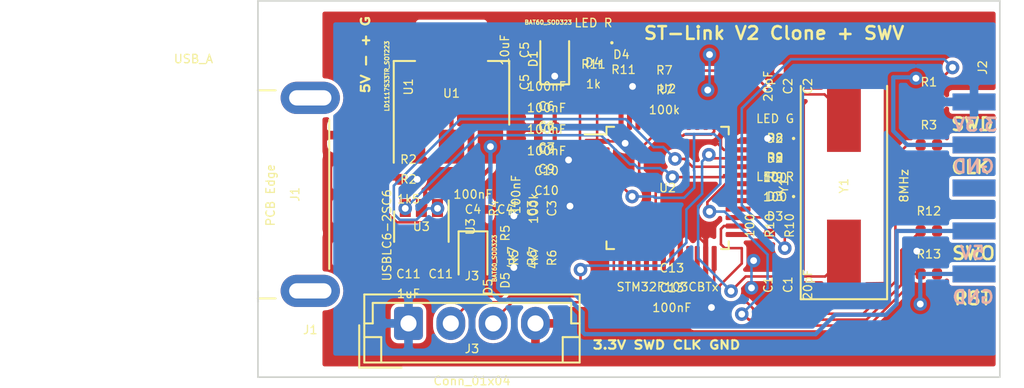
<source format=kicad_pcb>
(kicad_pcb (version 20171130) (host pcbnew "(5.1.4)-1")
  (layers (0 F.Cu signal) (31 B.Cu signal hide) (34 B.Paste user) (35 F.Paste user) (36 B.SilkS user) (37 F.SilkS user) (38 B.Mask user) (39 F.Mask user) (44 Edge.Cuts user))
  (net 0 "")
  (net 1 GND)
  (net 2 OSC_OUT)
  (net 3 OSC_IN)
  (net 4 STM_RST)
  (net 5 5V)
  (net 6 "Net-(C5-Pad1)")
  (net 7 3.3V)
  (net 8 USB5V)
  (net 9 T_NRST)
  (net 10 "Net-(D2-Pad1)")
  (net 11 "Net-(D3-Pad2)")
  (net 12 "Net-(D4-Pad2)")
  (net 13 "Net-(J1-Pad5)")
  (net 14 T_JTMS)
  (net 15 T_JTCK)
  (net 16 "Net-(J2-Pad5)")
  (net 17 T_SWO)
  (net 18 STM_JTMS)
  (net 19 STM_JTCK)
  (net 20 U_CONN-)
  (net 21 U_CONN+)
  (net 22 AIN1)
  (net 23 BOOT0)
  (net 24 LED_STLink)
  (net 25 T_SWDIO_IN)
  (net 26 "Net-(U2-Pad2)")
  (net 27 "Net-(U2-Pad3)")
  (net 28 "Net-(U2-Pad4)")
  (net 29 "Net-(U2-Pad11)")
  (net 30 "Net-(U2-Pad12)")
  (net 31 "Net-(U2-Pad13)")
  (net 32 "Net-(U2-Pad14)")
  (net 33 "Net-(U2-Pad15)")
  (net 34 "Net-(U2-Pad16)")
  (net 35 "Net-(U2-Pad17)")
  (net 36 "Net-(U2-Pad19)")
  (net 37 "Net-(U2-Pad21)")
  (net 38 "Net-(U2-Pad22)")
  (net 39 "Net-(U2-Pad28)")
  (net 40 "Net-(U2-Pad29)")
  (net 41 USBD-)
  (net 42 USBD+)
  (net 43 "Net-(U2-Pad38)")
  (net 44 "Net-(U2-Pad39)")
  (net 45 "Net-(U2-Pad40)")
  (net 46 "Net-(U2-Pad41)")
  (net 47 "Net-(U2-Pad42)")
  (net 48 "Net-(U2-Pad43)")
  (net 49 "Net-(U2-Pad45)")
  (net 50 "Net-(U2-Pad46)")
  (net 51 "Net-(J2-Pad8)")
  (net 52 "Net-(J2-Pad3)")
  (net 53 "Net-(J2-Pad1)")
  (net 54 "Net-(J2-Pad2)")
  (net 55 "Net-(J2-Pad4)")
  (module Capacitor_SMD:C_0402_1005Metric (layer F.Cu) (at 59.3725 37.0205 270)
    (fp_text reference C3 (at 0 -1.17 90) (layer F.SilkS) (effects (font (size 0.5 0.5) (thickness 0.075))))
    (fp_text value 100nF (at -0.8255 0.9525 90) (layer F.SilkS) (effects (font (size 0.5 0.5) (thickness 0.075))))
    (fp_text user %R (at 0 0 90) (layer F.SilkS) (effects (font (size 0.5 0.5) (thickness 0.075))))
    (pad 2 smd roundrect (at 0.485 0 270) (size 0.59 0.64) (layers F.Cu F.Paste F.Mask) (net 1 GND))
    (pad 1 smd roundrect (at -0.485 0 270) (size 0.59 0.64) (layers F.Cu F.Paste F.Mask) (net 4 STM_RST))
  )
  (module Capacitor_SMD:C_0402_1005Metric (layer F.Cu) (at 55.88 37.084)
    (fp_text reference C4 (at 1.905 0) (layer F.SilkS) (effects (font (size 0.5 0.5) (thickness 0.075))))
    (fp_text value 100nF (at 0 -0.889) (layer F.SilkS) (effects (font (size 0.5 0.5) (thickness 0.075))))
    (fp_text user %R (at 0 0) (layer F.SilkS) (effects (font (size 0.5 0.5) (thickness 0.075))))
    (pad 2 smd roundrect (at 0.485 0) (size 0.59 0.64) (layers F.Cu F.Paste F.Mask) (net 1 GND))
    (pad 1 smd roundrect (at -0.485 0) (size 0.59 0.64) (layers F.Cu F.Paste F.Mask) (net 5 5V))
  )
  (module Capacitor_SMD:C_0402_1005Metric (layer F.Cu) (at 58.928 27.663 270)
    (fp_text reference C5 (at 1.905 0 90) (layer F.SilkS) (effects (font (size 0.5 0.5) (thickness 0.075))))
    (fp_text value 10uF (at 0 1.17 90) (layer F.SilkS) (effects (font (size 0.5 0.5) (thickness 0.075))))
    (fp_text user %R (at 0 0 90) (layer F.SilkS) (effects (font (size 0.5 0.5) (thickness 0.075))))
    (pad 2 smd roundrect (at 0.485 0 270) (size 0.59 0.64) (layers F.Cu F.Paste F.Mask) (net 1 GND))
    (pad 1 smd roundrect (at -0.485 0 270) (size 0.59 0.64) (layers F.Cu F.Paste F.Mask) (net 6 "Net-(C5-Pad1)"))
  )
  (module Capacitor_SMD:C_0402_1005Metric (layer F.Cu) (at 60.221 30.988 180)
    (fp_text reference C6 (at 0 -1.17) (layer F.SilkS) (effects (font (size 0.5 0.5) (thickness 0.075))))
    (fp_text value 100nF (at 0 1.17) (layer F.SilkS) (effects (font (size 0.5 0.5) (thickness 0.075))))
    (fp_text user %R (at 0 0) (layer F.SilkS) (effects (font (size 0.5 0.5) (thickness 0.075))))
    (pad 1 smd roundrect (at -0.485 0 180) (size 0.59 0.64) (layers F.Cu F.Paste F.Mask) (net 7 3.3V))
    (pad 2 smd roundrect (at 0.485 0 180) (size 0.59 0.64) (layers F.Cu F.Paste F.Mask) (net 1 GND))
  )
  (module Capacitor_SMD:C_0402_1005Metric (layer F.Cu) (at 60.221 32.258 180)
    (fp_text reference C7 (at 0 -1.17) (layer F.SilkS) (effects (font (size 0.5 0.5) (thickness 0.075))))
    (fp_text value 100nF (at 0 1.17) (layer F.SilkS) (effects (font (size 0.5 0.5) (thickness 0.075))))
    (fp_text user %R (at 0 0) (layer F.SilkS) (effects (font (size 0.5 0.5) (thickness 0.075))))
    (pad 1 smd roundrect (at -0.485 0 180) (size 0.59 0.64) (layers F.Cu F.Paste F.Mask) (net 7 3.3V))
    (pad 2 smd roundrect (at 0.485 0 180) (size 0.59 0.64) (layers F.Cu F.Paste F.Mask) (net 1 GND))
  )
  (module Capacitor_SMD:C_0402_1005Metric (layer F.Cu) (at 60.221 33.528 180)
    (fp_text reference C9 (at 0 -1.17) (layer F.SilkS) (effects (font (size 0.5 0.5) (thickness 0.075))))
    (fp_text value 100nF (at 0 1.17) (layer F.SilkS) (effects (font (size 0.5 0.5) (thickness 0.075))))
    (fp_text user %R (at 0 0) (layer F.SilkS) (effects (font (size 0.5 0.5) (thickness 0.075))))
    (pad 2 smd roundrect (at 0.485 0 180) (size 0.59 0.64) (layers F.Cu F.Paste F.Mask) (net 1 GND))
    (pad 1 smd roundrect (at -0.485 0 180) (size 0.59 0.64) (layers F.Cu F.Paste F.Mask) (net 7 3.3V))
  )
  (module Capacitor_SMD:C_0402_1005Metric (layer F.Cu) (at 60.221 34.798 180)
    (fp_text reference C10 (at 0 -1.17) (layer F.SilkS) (effects (font (size 0.5 0.5) (thickness 0.075))))
    (fp_text value 100nF (at 0 1.17) (layer F.SilkS) (effects (font (size 0.5 0.5) (thickness 0.075))))
    (fp_text user %R (at 0 0) (layer F.SilkS) (effects (font (size 0.5 0.5) (thickness 0.075))))
    (pad 2 smd roundrect (at 0.485 0 180) (size 0.59 0.64) (layers F.Cu F.Paste F.Mask) (net 1 GND))
    (pad 1 smd roundrect (at -0.485 0 180) (size 0.59 0.64) (layers F.Cu F.Paste F.Mask) (net 7 3.3V))
  )
  (module Capacitor_SMD:C_0402_1005Metric (layer F.Cu) (at 52.07 40.894)
    (fp_text reference C11 (at 1.905 0) (layer F.SilkS) (effects (font (size 0.5 0.5) (thickness 0.075))))
    (fp_text value 1uF (at 0 1.17) (layer F.SilkS) (effects (font (size 0.5 0.5) (thickness 0.075))))
    (fp_text user %R (at 0 0) (layer F.SilkS) (effects (font (size 0.5 0.5) (thickness 0.075))))
    (pad 1 smd roundrect (at -0.485 0) (size 0.59 0.64) (layers F.Cu F.Paste F.Mask) (net 8 USB5V))
    (pad 2 smd roundrect (at 0.485 0) (size 0.59 0.64) (layers F.Cu F.Paste F.Mask) (net 1 GND))
  )
  (module Capacitor_SMD:C_0402_1005Metric (layer F.Cu) (at 67.6275 41.7195)
    (fp_text reference C13 (at 0 -1.17) (layer F.SilkS) (effects (font (size 0.5 0.5) (thickness 0.075))))
    (fp_text value 100nF (at 0 1.17) (layer F.SilkS) (effects (font (size 0.5 0.5) (thickness 0.075))))
    (fp_text user %R (at 0 0) (layer F.SilkS) (effects (font (size 0.5 0.5) (thickness 0.075))))
    (pad 2 smd roundrect (at 0.485 0) (size 0.59 0.64) (layers F.Cu F.Paste F.Mask) (net 1 GND))
    (pad 1 smd roundrect (at -0.485 0) (size 0.59 0.64) (layers F.Cu F.Paste F.Mask) (net 9 T_NRST))
  )
  (module Diode_SMD:D_SOD-323 (layer F.Cu) (at 60.706 28.194 90)
    (fp_text reference D1 (at 0 -1.27 90) (layer F.SilkS) (effects (font (size 0.5 0.5) (thickness 0.075))))
    (fp_text value BAT60_SOD323 (at 2.159 -0.381) (layer F.SilkS) (effects (font (size 0.25 0.25) (thickness 0.0625))))
    (fp_text user %R (at 0 -1.27 90) (layer F.SilkS) (effects (font (size 0.5 0.5) (thickness 0.075))))
    (pad 1 smd rect (at -1.05 0 90) (size 0.6 0.45) (layers F.Cu F.Paste F.Mask) (net 7 3.3V))
    (pad 2 smd rect (at 1.05 0 90) (size 0.6 0.45) (layers F.Cu F.Paste F.Mask) (net 6 "Net-(C5-Pad1)"))
  )
  (module LED_SMD:LED_0402_1005Metric (layer F.Cu) (at 73.7235 32.893 180)
    (fp_text reference D2 (at 0 -1.17) (layer F.SilkS) (effects (font (size 0.5 0.5) (thickness 0.075))))
    (fp_text value "LED G" (at 0 1.17) (layer F.SilkS) (effects (font (size 0.5 0.5) (thickness 0.075))))
    (fp_text user %R (at 0 0) (layer F.SilkS) (effects (font (size 0.5 0.5) (thickness 0.075))))
    (pad 2 smd roundrect (at 0.485 0 180) (size 0.59 0.64) (layers F.Cu F.Paste F.Mask) (net 7 3.3V))
    (pad 1 smd roundrect (at -0.485 0 180) (size 0.59 0.64) (layers F.Cu F.Paste F.Mask) (net 10 "Net-(D2-Pad1)"))
  )
  (module LED_SMD:LED_0402_1005Metric (layer F.Cu) (at 73.7235 36.322 180)
    (fp_text reference D3 (at 0 -1.17) (layer F.SilkS) (effects (font (size 0.5 0.5) (thickness 0.075))))
    (fp_text value "LED R" (at 0 1.17) (layer F.SilkS) (effects (font (size 0.5 0.5) (thickness 0.075))))
    (fp_text user %R (at 0 0) (layer F.SilkS) (effects (font (size 0.5 0.5) (thickness 0.075))))
    (pad 2 smd roundrect (at 0.485 0 180) (size 0.59 0.64) (layers F.Cu F.Paste F.Mask) (net 11 "Net-(D3-Pad2)"))
    (pad 1 smd roundrect (at -0.485 0 180) (size 0.59 0.64) (layers F.Cu F.Paste F.Mask) (net 1 GND))
  )
  (module LED_SMD:LED_0402_1005Metric (layer F.Cu) (at 62.992 27.2415 180)
    (fp_text reference D4 (at 0 -1.17) (layer F.SilkS) (effects (font (size 0.5 0.5) (thickness 0.075))))
    (fp_text value "LED R" (at 0 1.17) (layer F.SilkS) (effects (font (size 0.5 0.5) (thickness 0.075))))
    (fp_text user %R (at -1.651 -0.6985) (layer F.SilkS) (effects (font (size 0.5 0.5) (thickness 0.075))))
    (pad 2 smd roundrect (at 0.485 0 180) (size 0.59 0.64) (layers F.Cu F.Paste F.Mask) (net 12 "Net-(D4-Pad2)"))
    (pad 1 smd roundrect (at -0.485 0 180) (size 0.59 0.64) (layers F.Cu F.Paste F.Mask) (net 1 GND))
  )
  (module Diode_SMD:D_SOD-323 (layer F.Cu) (at 55.88 39.878 270)
    (fp_text reference D5 (at 1.397 -1.905 90) (layer F.SilkS) (effects (font (size 0.5 0.5) (thickness 0.075))))
    (fp_text value BAT60_SOD323 (at 0.1 -1.27 90) (layer F.SilkS) (effects (font (size 0.25 0.25) (thickness 0.0625))))
    (fp_text user %R (at 1.778 -0.889 90) (layer F.SilkS) (effects (font (size 0.5 0.5) (thickness 0.075))))
    (pad 2 smd rect (at 1.05 0 270) (size 0.6 0.45) (layers F.Cu F.Paste F.Mask) (net 8 USB5V))
    (pad 1 smd rect (at -1.05 0 270) (size 0.6 0.45) (layers F.Cu F.Paste F.Mask) (net 5 5V))
  )
  (module Connector_USB:USB_A_CNCTech_1001-011-01101_Horizontal (layer F.Cu) (at 39.37 36.195 180)
    (fp_text reference J1 (at -6.9 -8) (layer F.SilkS) (effects (font (size 0.5 0.5) (thickness 0.075))))
    (fp_text value USB_A (at 0 8 180) (layer F.SilkS) (effects (font (size 0.5 0.5) (thickness 0.075))))
    (fp_text user "PCB Edge" (at -4.55 -0.05 90) (layer F.SilkS) (effects (font (size 0.5 0.5) (thickness 0.075))))
    (fp_text user %R (at -6 0 90) (layer F.SilkS) (effects (font (size 0.5 0.5) (thickness 0.075))))
    (pad 2 smd rect (at -9.65 -1 180) (size 2.5 1.1) (layers F.Cu F.Paste F.Mask) (net 20 U_CONN-))
    (pad 3 smd rect (at -9.65 1 180) (size 2.5 1.1) (layers F.Cu F.Paste F.Mask) (net 21 U_CONN+))
    (pad 1 smd rect (at -9.65 -3.5 180) (size 2.5 1.1) (layers F.Cu F.Paste F.Mask) (net 8 USB5V))
    (pad 4 smd rect (at -9.65 3.5 180) (size 2.5 1.1) (layers F.Cu F.Paste F.Mask) (net 1 GND))
    (pad 5 thru_hole oval (at -6.9 -5.7 180) (size 3.5 1.9) (drill oval 2.5 0.9) (layers *.Cu *.Mask) (net 13 "Net-(J1-Pad5)"))
    (pad 5 thru_hole oval (at -6.9 5.7 180) (size 3.5 1.9) (drill oval 2.5 0.9) (layers *.Cu *.Mask) (net 13 "Net-(J1-Pad5)"))
    (pad "" np_thru_hole circle (at -6.9 -2.3 180) (size 1.1 1.1) (drill 1.1) (layers *.Cu *.Mask))
    (pad "" np_thru_hole circle (at -6.9 2.3 180) (size 1.1 1.1) (drill 1.1) (layers *.Cu *.Mask))
  )
  (module Connector_JST:JST_EH_B4B-EH-A_1x04_P2.50mm_Vertical (layer F.Cu) (at 52.07 43.815)
    (fp_text reference J3 (at 3.75 -2.8) (layer F.SilkS) (effects (font (size 0.5 0.5) (thickness 0.075))))
    (fp_text value Conn_01x04 (at 3.75 3.4) (layer F.SilkS) (effects (font (size 0.5 0.5) (thickness 0.075))))
    (fp_text user %R (at 3.75 1.5) (layer F.SilkS) (effects (font (size 0.5 0.5) (thickness 0.075))))
    (pad 1 thru_hole roundrect (at 0 0) (size 1.7 1.95) (drill 0.95) (layers *.Cu *.Mask) (roundrect_rratio 0.147059) (net 7 3.3V))
    (pad 2 thru_hole oval (at 2.5 0) (size 1.7 1.95) (drill 0.95) (layers *.Cu *.Mask) (net 18 STM_JTMS))
    (pad 3 thru_hole oval (at 5 0) (size 1.7 1.95) (drill 0.95) (layers *.Cu *.Mask) (net 19 STM_JTCK))
    (pad 4 thru_hole oval (at 7.5 0) (size 1.7 1.95) (drill 0.95) (layers *.Cu *.Mask) (net 1 GND))
  )
  (module Resistor_SMD:R_0402_1005Metric (layer F.Cu) (at 52.07 35.306)
    (fp_text reference R2 (at 0 -1.17) (layer F.SilkS) (effects (font (size 0.5 0.5) (thickness 0.075))))
    (fp_text value 1k5 (at 0 1.17) (layer F.SilkS) (effects (font (size 0.5 0.5) (thickness 0.075))))
    (fp_text user %R (at 0 0) (layer F.SilkS) (effects (font (size 0.5 0.5) (thickness 0.075))))
    (pad 2 smd roundrect (at 0.485 0) (size 0.59 0.64) (layers F.Cu F.Paste F.Mask) (net 7 3.3V))
    (pad 1 smd roundrect (at -0.485 0) (size 0.59 0.64) (layers F.Cu F.Paste F.Mask) (net 21 U_CONN+))
  )
  (module Resistor_SMD:R_0402_1005Metric (layer F.Cu) (at 58.293 37.0205 90)
    (fp_text reference R4 (at 0 -1.17 90) (layer F.SilkS) (effects (font (size 0.5 0.5) (thickness 0.075))))
    (fp_text value 100k (at 0 1.17 90) (layer F.SilkS) (effects (font (size 0.5 0.5) (thickness 0.075))))
    (fp_text user %R (at 0 0 90) (layer F.SilkS) (effects (font (size 0.5 0.5) (thickness 0.075))))
    (pad 2 smd roundrect (at 0.485 0 90) (size 0.59 0.64) (layers F.Cu F.Paste F.Mask) (net 4 STM_RST))
    (pad 1 smd roundrect (at -0.485 0 90) (size 0.59 0.64) (layers F.Cu F.Paste F.Mask) (net 7 3.3V))
  )
  (module Resistor_SMD:R_0402_1005Metric (layer F.Cu) (at 58.293 39.9415 90)
    (fp_text reference R5 (at 1.4605 -0.508 90) (layer F.SilkS) (effects (font (size 0.5 0.5) (thickness 0.075))))
    (fp_text value 4k7 (at 0 1.17 90) (layer F.SilkS) (effects (font (size 0.5 0.5) (thickness 0.075))))
    (fp_text user %R (at 0 0 90) (layer F.SilkS) (effects (font (size 0.5 0.5) (thickness 0.075))))
    (pad 1 smd roundrect (at -0.485 0 90) (size 0.59 0.64) (layers F.Cu F.Paste F.Mask) (net 7 3.3V))
    (pad 2 smd roundrect (at 0.485 0 90) (size 0.59 0.64) (layers F.Cu F.Paste F.Mask) (net 22 AIN1))
  )
  (module Resistor_SMD:R_0402_1005Metric (layer F.Cu) (at 59.3725 39.9415 270)
    (fp_text reference R6 (at 0 -1.17 90) (layer F.SilkS) (effects (font (size 0.5 0.5) (thickness 0.075))))
    (fp_text value 4k7 (at 0 1.17 90) (layer F.SilkS) (effects (font (size 0.5 0.5) (thickness 0.075))))
    (fp_text user %R (at 0 0 90) (layer F.SilkS) (effects (font (size 0.5 0.5) (thickness 0.075))))
    (pad 2 smd roundrect (at 0.485 0 270) (size 0.59 0.64) (layers F.Cu F.Paste F.Mask) (net 1 GND))
    (pad 1 smd roundrect (at -0.485 0 270) (size 0.59 0.64) (layers F.Cu F.Paste F.Mask) (net 22 AIN1))
  )
  (module Resistor_SMD:R_0402_1005Metric (layer F.Cu) (at 67.183 30.0355)
    (fp_text reference R7 (at 0 -1.17) (layer F.SilkS) (effects (font (size 0.5 0.5) (thickness 0.075))))
    (fp_text value 100k (at 0 1.17) (layer F.SilkS) (effects (font (size 0.5 0.5) (thickness 0.075))))
    (fp_text user %R (at 0 0) (layer F.SilkS) (effects (font (size 0.5 0.5) (thickness 0.075))))
    (pad 1 smd roundrect (at -0.485 0) (size 0.59 0.64) (layers F.Cu F.Paste F.Mask) (net 23 BOOT0))
    (pad 2 smd roundrect (at 0.485 0) (size 0.59 0.64) (layers F.Cu F.Paste F.Mask) (net 1 GND))
  )
  (module Resistor_SMD:R_0402_1005Metric (layer F.Cu) (at 73.7235 34.036)
    (fp_text reference R8 (at 0 -1.17) (layer F.SilkS) (effects (font (size 0.5 0.5) (thickness 0.075))))
    (fp_text value 100 (at 0 1.17) (layer F.SilkS) (effects (font (size 0.5 0.5) (thickness 0.075))))
    (fp_text user %R (at 0 0) (layer F.SilkS) (effects (font (size 0.5 0.5) (thickness 0.075))))
    (pad 1 smd roundrect (at -0.485 0) (size 0.59 0.64) (layers F.Cu F.Paste F.Mask) (net 24 LED_STLink))
    (pad 2 smd roundrect (at 0.485 0) (size 0.59 0.64) (layers F.Cu F.Paste F.Mask) (net 10 "Net-(D2-Pad1)"))
  )
  (module Resistor_SMD:R_0402_1005Metric (layer F.Cu) (at 73.7235 35.179)
    (fp_text reference R9 (at 0 -1.17) (layer F.SilkS) (effects (font (size 0.5 0.5) (thickness 0.075))))
    (fp_text value 100 (at 0 1.17) (layer F.SilkS) (effects (font (size 0.5 0.5) (thickness 0.075))))
    (fp_text user %R (at 0 0) (layer F.SilkS) (effects (font (size 0.5 0.5) (thickness 0.075))))
    (pad 2 smd roundrect (at 0.485 0) (size 0.59 0.64) (layers F.Cu F.Paste F.Mask) (net 11 "Net-(D3-Pad2)"))
    (pad 1 smd roundrect (at -0.485 0) (size 0.59 0.64) (layers F.Cu F.Paste F.Mask) (net 24 LED_STLink))
  )
  (module Resistor_SMD:R_0402_1005Metric (layer F.Cu) (at 73.406 38.0365 270)
    (fp_text reference R10 (at 0 -1.17 90) (layer F.SilkS) (effects (font (size 0.5 0.5) (thickness 0.075))))
    (fp_text value 100 (at 0 1.17 90) (layer F.SilkS) (effects (font (size 0.5 0.5) (thickness 0.075))))
    (fp_text user %R (at 0 0 90) (layer F.SilkS) (effects (font (size 0.5 0.5) (thickness 0.075))))
    (pad 1 smd roundrect (at -0.485 0 270) (size 0.59 0.64) (layers F.Cu F.Paste F.Mask) (net 14 T_JTMS))
    (pad 2 smd roundrect (at 0.485 0 270) (size 0.59 0.64) (layers F.Cu F.Paste F.Mask) (net 25 T_SWDIO_IN))
  )
  (module Resistor_SMD:R_0402_1005Metric (layer F.Cu) (at 62.992 28.5115)
    (fp_text reference R11 (at 1.778 0.3175) (layer F.SilkS) (effects (font (size 0.5 0.5) (thickness 0.075))))
    (fp_text value 1k (at 0 1.17) (layer F.SilkS) (effects (font (size 0.5 0.5) (thickness 0.075))))
    (fp_text user %R (at 0 0) (layer F.SilkS) (effects (font (size 0.5 0.5) (thickness 0.075))))
    (pad 1 smd roundrect (at -0.485 0) (size 0.59 0.64) (layers F.Cu F.Paste F.Mask) (net 7 3.3V))
    (pad 2 smd roundrect (at 0.485 0) (size 0.59 0.64) (layers F.Cu F.Paste F.Mask) (net 12 "Net-(D4-Pad2)"))
  )
  (module Package_TO_SOT_SMD:SOT-223-3_TabPin2 (layer F.Cu) (at 54.61 30.226 90)
    (fp_text reference U1 (at 0.381 -2.54 90) (layer F.SilkS) (effects (font (size 0.5 0.5) (thickness 0.075))))
    (fp_text value LD1117S33TR_SOT223 (at 1.016 -3.81 90) (layer F.SilkS) (effects (font (size 0.25 0.25) (thickness 0.0625))))
    (fp_text user %R (at 0 0) (layer F.SilkS) (effects (font (size 0.5 0.5) (thickness 0.075))))
    (pad 1 smd rect (at -3.15 -2.3 90) (size 2 1.5) (layers F.Cu F.Paste F.Mask) (net 1 GND))
    (pad 3 smd rect (at -3.15 2.3 90) (size 2 1.5) (layers F.Cu F.Paste F.Mask) (net 5 5V))
    (pad 2 smd rect (at -3.15 0 90) (size 2 1.5) (layers F.Cu F.Paste F.Mask) (net 6 "Net-(C5-Pad1)"))
    (pad 2 smd rect (at 3.15 0 90) (size 2 3.8) (layers F.Cu F.Paste F.Mask) (net 6 "Net-(C5-Pad1)"))
  )
  (module Package_QFP:LQFP-48_7x7mm_P0.5mm (layer F.Cu) (at 67.3735 35.814)
    (fp_text reference U2 (at 0 -5.85) (layer F.SilkS) (effects (font (size 0.5 0.5) (thickness 0.075))))
    (fp_text value STM32F103CBTx (at 0 5.85) (layer F.SilkS) (effects (font (size 0.5 0.5) (thickness 0.075))))
    (fp_text user %R (at 0 0) (layer F.SilkS) (effects (font (size 0.5 0.5) (thickness 0.075))))
    (pad 48 smd roundrect (at -2.75 -4.1625) (size 0.3 1.475) (layers F.Cu F.Paste F.Mask) (net 7 3.3V))
    (pad 47 smd roundrect (at -2.25 -4.1625) (size 0.3 1.475) (layers F.Cu F.Paste F.Mask) (net 1 GND))
    (pad 46 smd roundrect (at -1.75 -4.1625) (size 0.3 1.475) (layers F.Cu F.Paste F.Mask) (net 50 "Net-(U2-Pad46)"))
    (pad 45 smd roundrect (at -1.25 -4.1625) (size 0.3 1.475) (layers F.Cu F.Paste F.Mask) (net 49 "Net-(U2-Pad45)"))
    (pad 44 smd roundrect (at -0.75 -4.1625) (size 0.3 1.475) (layers F.Cu F.Paste F.Mask) (net 23 BOOT0))
    (pad 43 smd roundrect (at -0.25 -4.1625) (size 0.3 1.475) (layers F.Cu F.Paste F.Mask) (net 48 "Net-(U2-Pad43)"))
    (pad 42 smd roundrect (at 0.25 -4.1625) (size 0.3 1.475) (layers F.Cu F.Paste F.Mask) (net 47 "Net-(U2-Pad42)"))
    (pad 41 smd roundrect (at 0.75 -4.1625) (size 0.3 1.475) (layers F.Cu F.Paste F.Mask) (net 46 "Net-(U2-Pad41)"))
    (pad 40 smd roundrect (at 1.25 -4.1625) (size 0.3 1.475) (layers F.Cu F.Paste F.Mask) (net 45 "Net-(U2-Pad40)"))
    (pad 39 smd roundrect (at 1.75 -4.1625) (size 0.3 1.475) (layers F.Cu F.Paste F.Mask) (net 44 "Net-(U2-Pad39)"))
    (pad 38 smd roundrect (at 2.25 -4.1625) (size 0.3 1.475) (layers F.Cu F.Paste F.Mask) (net 43 "Net-(U2-Pad38)"))
    (pad 37 smd roundrect (at 2.75 -4.1625) (size 0.3 1.475) (layers F.Cu F.Paste F.Mask) (net 19 STM_JTCK))
    (pad 36 smd roundrect (at 4.1625 -2.75) (size 1.475 0.3) (layers F.Cu F.Paste F.Mask) (net 7 3.3V))
    (pad 35 smd roundrect (at 4.1625 -2.25) (size 1.475 0.3) (layers F.Cu F.Paste F.Mask) (net 1 GND))
    (pad 34 smd roundrect (at 4.1625 -1.75) (size 1.475 0.3) (layers F.Cu F.Paste F.Mask) (net 18 STM_JTMS))
    (pad 33 smd roundrect (at 4.1625 -1.25) (size 1.475 0.3) (layers F.Cu F.Paste F.Mask) (net 42 USBD+))
    (pad 32 smd roundrect (at 4.1625 -0.75) (size 1.475 0.3) (layers F.Cu F.Paste F.Mask) (net 41 USBD-))
    (pad 31 smd roundrect (at 4.1625 -0.25) (size 1.475 0.3) (layers F.Cu F.Paste F.Mask) (net 17 T_SWO))
    (pad 30 smd roundrect (at 4.1625 0.25) (size 1.475 0.3) (layers F.Cu F.Paste F.Mask) (net 24 LED_STLink))
    (pad 29 smd roundrect (at 4.1625 0.75) (size 1.475 0.3) (layers F.Cu F.Paste F.Mask) (net 40 "Net-(U2-Pad29)"))
    (pad 28 smd roundrect (at 4.1625 1.25) (size 1.475 0.3) (layers F.Cu F.Paste F.Mask) (net 39 "Net-(U2-Pad28)"))
    (pad 27 smd roundrect (at 4.1625 1.75) (size 1.475 0.3) (layers F.Cu F.Paste F.Mask) (net 14 T_JTMS))
    (pad 26 smd roundrect (at 4.1625 2.25) (size 1.475 0.3) (layers F.Cu F.Paste F.Mask) (net 15 T_JTCK))
    (pad 25 smd roundrect (at 4.1625 2.75) (size 1.475 0.3) (layers F.Cu F.Paste F.Mask) (net 25 T_SWDIO_IN))
    (pad 24 smd roundrect (at 2.75 4.1625) (size 0.3 1.475) (layers F.Cu F.Paste F.Mask) (net 7 3.3V))
    (pad 23 smd roundrect (at 2.25 4.1625) (size 0.3 1.475) (layers F.Cu F.Paste F.Mask) (net 1 GND))
    (pad 22 smd roundrect (at 1.75 4.1625) (size 0.3 1.475) (layers F.Cu F.Paste F.Mask) (net 38 "Net-(U2-Pad22)"))
    (pad 21 smd roundrect (at 1.25 4.1625) (size 0.3 1.475) (layers F.Cu F.Paste F.Mask) (net 37 "Net-(U2-Pad21)"))
    (pad 20 smd roundrect (at 0.75 4.1625) (size 0.3 1.475) (layers F.Cu F.Paste F.Mask) (net 1 GND))
    (pad 19 smd roundrect (at 0.25 4.1625) (size 0.3 1.475) (layers F.Cu F.Paste F.Mask) (net 36 "Net-(U2-Pad19)"))
    (pad 18 smd roundrect (at -0.25 4.1625) (size 0.3 1.475) (layers F.Cu F.Paste F.Mask) (net 9 T_NRST))
    (pad 17 smd roundrect (at -0.75 4.1625) (size 0.3 1.475) (layers F.Cu F.Paste F.Mask) (net 35 "Net-(U2-Pad17)"))
    (pad 16 smd roundrect (at -1.25 4.1625) (size 0.3 1.475) (layers F.Cu F.Paste F.Mask) (net 34 "Net-(U2-Pad16)"))
    (pad 15 smd roundrect (at -1.75 4.1625) (size 0.3 1.475) (layers F.Cu F.Paste F.Mask) (net 33 "Net-(U2-Pad15)"))
    (pad 14 smd roundrect (at -2.25 4.1625) (size 0.3 1.475) (layers F.Cu F.Paste F.Mask) (net 32 "Net-(U2-Pad14)"))
    (pad 13 smd roundrect (at -2.75 4.1625) (size 0.3 1.475) (layers F.Cu F.Paste F.Mask) (net 31 "Net-(U2-Pad13)"))
    (pad 12 smd roundrect (at -4.1625 2.75) (size 1.475 0.3) (layers F.Cu F.Paste F.Mask) (net 30 "Net-(U2-Pad12)"))
    (pad 11 smd roundrect (at -4.1625 2.25) (size 1.475 0.3) (layers F.Cu F.Paste F.Mask) (net 29 "Net-(U2-Pad11)"))
    (pad 10 smd roundrect (at -4.1625 1.75) (size 1.475 0.3) (layers F.Cu F.Paste F.Mask) (net 22 AIN1))
    (pad 9 smd roundrect (at -4.1625 1.25) (size 1.475 0.3) (layers F.Cu F.Paste F.Mask) (net 7 3.3V))
    (pad 8 smd roundrect (at -4.1625 0.75) (size 1.475 0.3) (layers F.Cu F.Paste F.Mask) (net 1 GND))
    (pad 7 smd roundrect (at -4.1625 0.25) (size 1.475 0.3) (layers F.Cu F.Paste F.Mask) (net 4 STM_RST))
    (pad 6 smd roundrect (at -4.1625 -0.25) (size 1.475 0.3) (layers F.Cu F.Paste F.Mask) (net 2 OSC_OUT))
    (pad 5 smd roundrect (at -4.1625 -0.75) (size 1.475 0.3) (layers F.Cu F.Paste F.Mask) (net 3 OSC_IN))
    (pad 4 smd roundrect (at -4.1625 -1.25) (size 1.475 0.3) (layers F.Cu F.Paste F.Mask) (net 28 "Net-(U2-Pad4)"))
    (pad 3 smd roundrect (at -4.1625 -1.75) (size 1.475 0.3) (layers F.Cu F.Paste F.Mask) (net 27 "Net-(U2-Pad3)"))
    (pad 2 smd roundrect (at -4.1625 -2.25) (size 1.475 0.3) (layers F.Cu F.Paste F.Mask) (net 26 "Net-(U2-Pad2)"))
    (pad 1 smd roundrect (at -4.1625 -2.75) (size 1.475 0.3) (layers F.Cu F.Paste F.Mask) (net 7 3.3V))
  )
  (module Package_TO_SOT_SMD:SOT-23-6 (layer F.Cu) (at 52.832 38.1 270)
    (fp_text reference U3 (at 0 -2.9 90) (layer F.SilkS) (effects (font (size 0.5 0.5) (thickness 0.075))))
    (fp_text value USBLC6-2SC6 (at 0.508 2.032 90) (layer F.SilkS) (effects (font (size 0.5 0.5) (thickness 0.075))))
    (fp_text user %R (at 0 0) (layer F.SilkS) (effects (font (size 0.5 0.5) (thickness 0.075))))
    (pad 5 smd rect (at 1.1 0 270) (size 1.06 0.65) (layers F.Cu F.Paste F.Mask) (net 8 USB5V))
    (pad 6 smd rect (at 1.1 -0.95 270) (size 1.06 0.65) (layers F.Cu F.Paste F.Mask) (net 21 U_CONN+))
    (pad 4 smd rect (at 1.1 0.95 270) (size 1.06 0.65) (layers F.Cu F.Paste F.Mask) (net 20 U_CONN-))
    (pad 3 smd rect (at -1.1 0.95 270) (size 1.06 0.65) (layers F.Cu F.Paste F.Mask) (net 41 USBD-))
    (pad 2 smd rect (at -1.1 0 270) (size 1.06 0.65) (layers F.Cu F.Paste F.Mask) (net 1 GND))
    (pad 1 smd rect (at -1.1 -0.95 270) (size 1.06 0.65) (layers F.Cu F.Paste F.Mask) (net 42 USBD+))
  )
  (module Crystal:Crystal_SMD_HC49-SD (layer F.Cu) (at 77.7875 35.687 90)
    (fp_text reference Y1 (at 0 -3.55 90) (layer F.SilkS) (effects (font (size 0.5 0.5) (thickness 0.075))))
    (fp_text value 8MHz (at 0 3.55 90) (layer F.SilkS) (effects (font (size 0.5 0.5) (thickness 0.075))))
    (fp_text user %R (at 0 0 90) (layer F.SilkS) (effects (font (size 0.5 0.5) (thickness 0.075))))
    (pad 2 smd rect (at 4.25 0 90) (size 4.5 2) (layers F.Cu F.Paste F.Mask) (net 3 OSC_IN))
    (pad 1 smd rect (at -4.25 0 90) (size 4.5 2) (layers F.Cu F.Paste F.Mask) (net 2 OSC_OUT))
  )
  (module Capacitor_SMD:C_0402_1005Metric (layer F.Cu) (at 74.4855 41.529 90)
    (fp_text reference C1 (at 0 -1.17 90) (layer F.SilkS) (effects (font (size 0.5 0.5) (thickness 0.075))))
    (fp_text value 20pF (at 0 1.17 90) (layer F.SilkS) (effects (font (size 0.5 0.5) (thickness 0.075))))
    (fp_text user %R (at 0 0 90) (layer F.SilkS) (effects (font (size 0.5 0.5) (thickness 0.075))))
    (pad 2 smd roundrect (at 0.485 0 90) (size 0.59 0.64) (layers F.Cu F.Paste F.Mask) (net 2 OSC_OUT))
    (pad 1 smd roundrect (at -0.485 0 90) (size 0.59 0.64) (layers F.Cu F.Paste F.Mask) (net 1 GND))
  )
  (module Capacitor_SMD:C_0402_1005Metric (layer F.Cu) (at 74.4855 29.8045 270)
    (fp_text reference C2 (at 0 -1.17 90) (layer F.SilkS) (effects (font (size 0.5 0.5) (thickness 0.075))))
    (fp_text value 20pF (at 0 1.17 90) (layer F.SilkS) (effects (font (size 0.5 0.5) (thickness 0.075))))
    (fp_text user %R (at 0 0 90) (layer F.SilkS) (effects (font (size 0.5 0.5) (thickness 0.075))))
    (pad 1 smd roundrect (at -0.485 0 270) (size 0.59 0.64) (layers F.Cu F.Paste F.Mask) (net 1 GND))
    (pad 2 smd roundrect (at 0.485 0 270) (size 0.59 0.64) (layers F.Cu F.Paste F.Mask) (net 3 OSC_IN))
  )
  (module Connector_PCBEdge:Edge_Mount_Connector_10pin (layer F.Cu) (at 85.471 30.734 270)
    (fp_text reference J2 (at -2.032 -0.508 90) (layer F.SilkS) (effects (font (size 0.5 0.5) (thickness 0.075))))
    (fp_text value Conn_02x05_Top_Bottom)
    (pad 1 smd rect (at 0 0 270) (size 1 2.54) (layers F.Cu F.Paste F.Mask) (net 53 "Net-(J2-Pad1)"))
    (pad 6 smd rect (at 0 0 270) (size 1 2.54) (layers B.Cu B.Paste B.Mask) (net 7 3.3V))
    (pad 7 smd rect (at 2.54 0 270) (size 1 2.54) (layers B.Cu B.Paste B.Mask) (net 1 GND))
    (pad 8 smd rect (at 5.08 0 270) (size 1 2.54) (layers B.Cu B.Paste B.Mask) (net 51 "Net-(J2-Pad8)"))
    (pad 9 smd rect (at 7.62 0 270) (size 1 2.54) (layers B.Cu B.Paste B.Mask) (net 5 5V))
    (pad 10 smd rect (at 10.16 0 270) (size 1 2.54) (layers B.Cu B.Paste B.Mask) (net 1 GND))
    (pad 2 smd rect (at 2.54 0 270) (size 1 2.54) (layers F.Cu F.Paste F.Mask) (net 54 "Net-(J2-Pad2)"))
    (pad 3 smd rect (at 5.08 0 270) (size 1 2.54) (layers F.Cu F.Paste F.Mask) (net 52 "Net-(J2-Pad3)"))
    (pad 4 smd rect (at 7.62 0 270) (size 1 2.54) (layers F.Cu F.Paste F.Mask) (net 55 "Net-(J2-Pad4)"))
    (pad 5 smd rect (at 10.16 0 270) (size 1 2.54) (layers F.Cu F.Paste F.Mask) (net 16 "Net-(J2-Pad5)"))
  )
  (module Resistor_SMD:R_0402_1005Metric (layer F.Cu) (at 82.804 30.734)
    (fp_text reference R1 (at 0 -1.17) (layer F.SilkS) (effects (font (size 0.5 0.5) (thickness 0.075))))
    (fp_text value 22)
    (pad 2 smd roundrect (at 0.485 0) (size 0.59 0.64) (layers F.Cu F.Paste F.Mask) (net 53 "Net-(J2-Pad1)"))
    (pad 1 smd roundrect (at -0.485 0) (size 0.59 0.64) (layers F.Cu F.Paste F.Mask) (net 14 T_JTMS))
  )
  (module Resistor_SMD:R_0402_1005Metric (layer F.Cu) (at 82.804 33.274)
    (fp_text reference R3 (at 0 -1.17) (layer F.SilkS) (effects (font (size 0.5 0.5) (thickness 0.075))))
    (fp_text value 22)
    (pad 1 smd roundrect (at -0.485 0) (size 0.59 0.64) (layers F.Cu F.Paste F.Mask) (net 15 T_JTCK))
    (pad 2 smd roundrect (at 0.485 0) (size 0.59 0.64) (layers F.Cu F.Paste F.Mask) (net 54 "Net-(J2-Pad2)"))
  )
  (module Resistor_SMD:R_0402_1005Metric (layer F.Cu) (at 82.804 38.354)
    (fp_text reference R12 (at 0 -1.17) (layer F.SilkS) (effects (font (size 0.5 0.5) (thickness 0.075))))
    (fp_text value 22)
    (pad 2 smd roundrect (at 0.485 0) (size 0.59 0.64) (layers F.Cu F.Paste F.Mask) (net 55 "Net-(J2-Pad4)"))
    (pad 1 smd roundrect (at -0.485 0) (size 0.59 0.64) (layers F.Cu F.Paste F.Mask) (net 17 T_SWO))
  )
  (module Resistor_SMD:R_0402_1005Metric (layer F.Cu) (at 82.804 40.894)
    (fp_text reference R13 (at 0 -1.17) (layer F.SilkS) (effects (font (size 0.5 0.5) (thickness 0.075))))
    (fp_text value 22)
    (pad 1 smd roundrect (at -0.485 0) (size 0.59 0.64) (layers F.Cu F.Paste F.Mask) (net 9 T_NRST))
    (pad 2 smd roundrect (at 0.485 0) (size 0.59 0.64) (layers F.Cu F.Paste F.Mask) (net 16 "Net-(J2-Pad5)"))
  )
  (gr_line (start 43.18 41.91) (end 43.18 42.545) (layer Edge.Cuts) (width 0.1))
  (gr_line (start 43.18 46.99) (end 43.18 41.91) (layer Edge.Cuts) (width 0.1))
  (gr_line (start 86.995 46.99) (end 43.18 46.99) (layer Edge.Cuts) (width 0.1))
  (gr_line (start 86.995 24.765) (end 86.995 46.99) (layer Edge.Cuts) (width 0.1))
  (gr_line (start 43.18 24.765) (end 86.995 24.765) (layer Edge.Cuts) (width 0.1))
  (gr_line (start 43.18 42.545) (end 43.18 24.765) (layer Edge.Cuts) (width 0.1))
  (gr_text "ST-Link V2 Clone + SWV" (at 73.66 26.67) (layer F.SilkS) (effects (font (size 0.75 0.8))))
  (gr_text "5V - + G" (at 49.53 27.94 90) (layer F.SilkS) (effects (font (size 0.5 0.6) (thickness 0.125))))
  (gr_text "3.3V SWD CLK GND" (at 67.31 45.085) (layer F.SilkS) (effects (font (size 0.5 0.6) (thickness 0.125))))
  (gr_text GND (at 85.4202 42.2656) (layer B.SilkS) (effects (font (size 0.75 0.8)) (justify mirror)))
  (gr_text 5V (at 85.3694 39.6494) (layer B.SilkS) (effects (font (size 0.75 0.8)) (justify mirror)))
  (gr_text GND (at 85.4456 34.544) (layer B.SilkS) (effects (font (size 0.75 0.8)) (justify mirror)))
  (gr_text 3.3V (at 85.5472 32.0802) (layer B.SilkS) (effects (font (size 0.75 0.8)) (justify mirror)))
  (gr_text RST (at 85.3948 42.3418) (layer F.SilkS) (effects (font (size 0.75 0.8))))
  (gr_text SWO (at 85.4456 39.6748) (layer F.SilkS) (effects (font (size 0.75 0.8))))
  (gr_text CLK (at 85.2678 34.5948) (layer F.SilkS) (effects (font (size 0.75 0.8))))
  (gr_text SWD (at 85.3694 32.0548) (layer F.SilkS) (effects (font (size 0.75 0.8))))
  (via (at 73.279 32.893) (size 0.8) (drill 0.4) (layers F.Cu B.Cu) (net 7))
  (via (at 58.293 37.465) (size 0.8) (drill 0.4) (layers F.Cu B.Cu) (net 7))
  (via (at 58.293 40.513) (size 0.8) (drill 0.4) (layers F.Cu B.Cu) (net 7))
  (via (at 82.296 42.672) (size 0.8) (drill 0.4) (layers F.Cu B.Cu) (net 1))
  (via (at 82.042 29.337) (size 0.8) (drill 0.4) (layers F.Cu B.Cu) (net 1))
  (segment (start 53.31 34.376) (end 52.31 33.376) (width 0.25) (layer F.Cu) (net 1))
  (segment (start 53.31 35.647002) (end 53.31 34.376) (width 0.25) (layer F.Cu) (net 1))
  (segment (start 53.059499 35.897503) (end 53.31 35.647002) (width 0.25) (layer F.Cu) (net 1))
  (segment (start 53.059499 36.856501) (end 53.059499 35.897503) (width 0.25) (layer F.Cu) (net 1))
  (segment (start 52.832 37) (end 52.916 37) (width 0.25) (layer F.Cu) (net 1))
  (segment (start 52.916 37) (end 53.059499 36.856501) (width 0.25) (layer F.Cu) (net 1))
  (segment (start 70.52349 32.844018) (end 71.149509 32.217999) (width 0.15) (layer F.Cu) (net 1))
  (segment (start 70.52349 33.38899) (end 70.52349 32.844018) (width 0.15) (layer F.Cu) (net 1))
  (segment (start 70.6985 33.564) (end 70.52349 33.38899) (width 0.15) (layer F.Cu) (net 1))
  (segment (start 70.6985 33.564) (end 71.536 33.564) (width 0.15) (layer F.Cu) (net 1))
  (segment (start 62.3735 36.564) (end 61.8013 35.9918) (width 0.15) (layer F.Cu) (net 1))
  (segment (start 63.211 36.564) (end 62.3735 36.564) (width 0.15) (layer F.Cu) (net 1))
  (segment (start 60.8862 35.9918) (end 59.3725 37.5055) (width 0.15) (layer F.Cu) (net 1))
  (segment (start 61.8013 35.9918) (end 60.8862 35.9918) (width 0.15) (layer F.Cu) (net 1))
  (segment (start 69.739992 30.0355) (end 69.742532 30.03296) (width 0.15) (layer F.Cu) (net 1))
  (segment (start 69.742532 30.03296) (end 69.742532 30.03296) (width 0.15) (layer F.Cu) (net 1))
  (segment (start 71.149509 30.844789) (end 71.149509 32.217999) (width 0.15) (layer F.Cu) (net 1))
  (segment (start 70.33768 30.03296) (end 71.149509 30.844789) (width 0.15) (layer F.Cu) (net 1))
  (segment (start 68.9154 38.4309) (end 68.1235 38.4309) (width 0.15) (layer F.Cu) (net 1))
  (segment (start 69.6235 39.139) (end 68.9154 38.4309) (width 0.15) (layer F.Cu) (net 1))
  (segment (start 69.6235 39.9765) (end 69.6235 39.139) (width 0.15) (layer F.Cu) (net 1))
  (segment (start 68.1235 39.9765) (end 68.1235 38.4309) (width 0.15) (layer F.Cu) (net 1))
  (segment (start 68.1235 36.822114) (end 68.1235 38.4309) (width 0.15) (layer F.Cu) (net 1))
  (segment (start 66.043379 34.741993) (end 68.1235 36.822114) (width 0.15) (layer F.Cu) (net 1))
  (segment (start 70.312492 33.177992) (end 67.425594 33.177992) (width 0.15) (layer F.Cu) (net 1))
  (segment (start 70.6985 33.564) (end 70.312492 33.177992) (width 0.15) (layer F.Cu) (net 1))
  (segment (start 67.425594 33.177992) (end 67.329201 33.081599) (width 0.15) (layer F.Cu) (net 1))
  (segment (start 67.329201 33.081599) (end 66.681199 33.081599) (width 0.15) (layer F.Cu) (net 1))
  (segment (start 66.681199 33.081599) (end 66.043379 33.719419) (width 0.15) (layer F.Cu) (net 1))
  (segment (start 66.043379 33.719419) (end 66.043379 34.741993) (width 0.15) (layer F.Cu) (net 1))
  (segment (start 66.58109 29.23489) (end 68.35089 29.23489) (width 0.15) (layer F.Cu) (net 1))
  (segment (start 65.1235 30.903101) (end 65.532 30.494601) (width 0.15) (layer F.Cu) (net 1))
  (segment (start 65.1235 31.6515) (end 65.1235 30.903101) (width 0.15) (layer F.Cu) (net 1))
  (segment (start 65.532 30.494601) (end 65.627401 30.494601) (width 0.15) (layer F.Cu) (net 1))
  (segment (start 65.627401 30.494601) (end 66.12799 29.994012) (width 0.15) (layer F.Cu) (net 1))
  (segment (start 66.12799 29.994012) (end 66.12799 29.68799) (width 0.15) (layer F.Cu) (net 1))
  (segment (start 66.12799 29.68799) (end 66.58109 29.23489) (width 0.15) (layer F.Cu) (net 1))
  (segment (start 68.35089 29.23489) (end 68.58 29.464) (width 0.15) (layer F.Cu) (net 1))
  (segment (start 68.58 29.972) (end 68.6435 30.0355) (width 0.15) (layer F.Cu) (net 1))
  (segment (start 68.58 29.464) (end 68.58 29.972) (width 0.15) (layer F.Cu) (net 1))
  (segment (start 67.668 30.0355) (end 68.6435 30.0355) (width 0.15) (layer F.Cu) (net 1))
  (segment (start 68.6435 30.0355) (end 69.739992 30.0355) (width 0.15) (layer F.Cu) (net 1))
  (segment (start 81.986001 29.281001) (end 82.042 29.337) (width 0.25) (layer B.Cu) (net 1))
  (segment (start 80.700999 29.281001) (end 81.986001 29.281001) (width 0.25) (layer B.Cu) (net 1))
  (segment (start 80.700999 32.448999) (end 80.700999 29.281001) (width 0.25) (layer B.Cu) (net 1))
  (segment (start 85.471 33.274) (end 81.526 33.274) (width 0.25) (layer B.Cu) (net 1))
  (segment (start 81.526 33.274) (end 80.700999 32.448999) (width 0.25) (layer B.Cu) (net 1))
  (segment (start 82.296 41.994002) (end 82.296 42.672) (width 0.25) (layer B.Cu) (net 1))
  (segment (start 85.471 40.894) (end 82.296 40.894) (width 0.25) (layer B.Cu) (net 1))
  (segment (start 82.296 40.894) (end 82.296 41.994002) (width 0.25) (layer B.Cu) (net 1))
  (segment (start 69.742532 30.03296) (end 70.33768 30.03296) (width 0.15) (layer F.Cu) (net 1))
  (segment (start 69.85 29.925492) (end 69.742532 30.03296) (width 0.15) (layer B.Cu) (net 1))
  (segment (start 69.85 27.94) (end 69.85 29.925492) (width 0.15) (layer B.Cu) (net 1))
  (via (at 69.742532 30.03296) (size 0.8) (drill 0.4) (layers F.Cu B.Cu) (net 1))
  (via (at 69.85 27.94) (size 0.8) (drill 0.4) (layers F.Cu B.Cu) (net 1))
  (via (at 72.327548 41.719) (size 0.8) (drill 0.4) (layers F.Cu B.Cu) (net 1))
  (segment (start 74.4855 42.014) (end 72.622548 42.014) (width 0.15) (layer F.Cu) (net 1))
  (segment (start 72.622548 42.014) (end 72.327548 41.719) (width 0.15) (layer F.Cu) (net 1))
  (via (at 72.4535 40.1066) (size 0.8) (drill 0.4) (layers F.Cu B.Cu) (net 1))
  (segment (start 72.327548 41.719) (end 72.327548 40.232552) (width 0.15) (layer B.Cu) (net 1))
  (segment (start 72.327548 40.232552) (end 72.4535 40.1066) (width 0.15) (layer B.Cu) (net 1))
  (segment (start 74.4855 41.044) (end 76.6805 41.044) (width 0.15) (layer F.Cu) (net 2))
  (segment (start 76.6805 41.044) (end 77.7875 39.937) (width 0.15) (layer F.Cu) (net 2))
  (via (at 71.12 41.91) (size 0.8) (drill 0.4) (layers F.Cu B.Cu) (net 2))
  (segment (start 74.4855 41.044) (end 71.986 41.044) (width 0.15) (layer F.Cu) (net 2))
  (segment (start 71.986 41.044) (end 71.12 41.91) (width 0.15) (layer F.Cu) (net 2))
  (segment (start 71.12 41.91) (end 69.174999 39.964999) (width 0.15) (layer B.Cu) (net 2))
  (via (at 65.278 36.322) (size 0.8) (drill 0.4) (layers F.Cu B.Cu) (net 2))
  (segment (start 64.52 35.564) (end 63.211 35.564) (width 0.15) (layer F.Cu) (net 2))
  (segment (start 65.278 36.322) (end 64.52 35.564) (width 0.15) (layer F.Cu) (net 2))
  (segment (start 66.548 36.322) (end 65.278 36.322) (width 0.15) (layer B.Cu) (net 2))
  (segment (start 69.174999 36.886999) (end 70.485 35.576998) (width 0.15) (layer B.Cu) (net 2))
  (segment (start 69.174999 39.964999) (end 69.174999 36.886999) (width 0.15) (layer B.Cu) (net 2))
  (segment (start 70.485 35.576998) (end 70.485 32.9946) (width 0.15) (layer B.Cu) (net 2))
  (segment (start 70.485 32.9946) (end 70.12432 32.63392) (width 0.15) (layer B.Cu) (net 2))
  (segment (start 68.9356 34.79292) (end 68.95084 34.80816) (width 0.15) (layer B.Cu) (net 2))
  (segment (start 68.9356 32.63392) (end 68.9356 34.79292) (width 0.15) (layer B.Cu) (net 2))
  (segment (start 68.9356 32.63392) (end 68.44284 32.63392) (width 0.15) (layer B.Cu) (net 2))
  (segment (start 70.12432 32.63392) (end 68.9356 32.63392) (width 0.15) (layer B.Cu) (net 2))
  (segment (start 68.95084 34.80816) (end 68.95084 35.79876) (width 0.15) (layer B.Cu) (net 2))
  (segment (start 68.95084 35.79876) (end 68.3514 36.3982) (width 0.15) (layer B.Cu) (net 2))
  (segment (start 66.6242 36.3982) (end 66.548 36.322) (width 0.15) (layer B.Cu) (net 2))
  (segment (start 68.3514 36.3982) (end 66.6242 36.3982) (width 0.15) (layer B.Cu) (net 2))
  (segment (start 76.64 30.2895) (end 77.7875 31.437) (width 0.15) (layer F.Cu) (net 3))
  (segment (start 74.4855 30.2895) (end 76.64 30.2895) (width 0.15) (layer F.Cu) (net 3))
  (segment (start 64.34328 28.88488) (end 72.2122 28.88488) (width 0.15) (layer F.Cu) (net 3))
  (segment (start 73.61682 30.2895) (end 74.4855 30.2895) (width 0.15) (layer F.Cu) (net 3))
  (segment (start 63.86576 29.3624) (end 64.34328 28.88488) (width 0.15) (layer F.Cu) (net 3))
  (segment (start 62.94628 29.519708) (end 62.94628 29.3624) (width 0.15) (layer F.Cu) (net 3))
  (segment (start 72.2122 28.88488) (end 73.61682 30.2895) (width 0.15) (layer F.Cu) (net 3))
  (segment (start 63.211 35.064) (end 62.3735 35.064) (width 0.15) (layer F.Cu) (net 3))
  (segment (start 62.3735 35.064) (end 62.19849 34.88899) (width 0.15) (layer F.Cu) (net 3))
  (segment (start 62.19849 34.88899) (end 62.19849 29.88159) (width 0.15) (layer F.Cu) (net 3))
  (segment (start 62.19849 29.88159) (end 62.23508 29.845) (width 0.15) (layer F.Cu) (net 3))
  (segment (start 62.94628 29.3624) (end 63.86576 29.3624) (width 0.15) (layer F.Cu) (net 3))
  (segment (start 62.23508 29.845) (end 62.620988 29.845) (width 0.15) (layer F.Cu) (net 3))
  (segment (start 62.620988 29.845) (end 62.94628 29.519708) (width 0.15) (layer F.Cu) (net 3))
  (segment (start 58.293 36.5355) (end 59.3725 36.5355) (width 0.15) (layer F.Cu) (net 4))
  (segment (start 62.3735 36.064) (end 63.211 36.064) (width 0.15) (layer F.Cu) (net 4))
  (segment (start 62.3735 35.958992) (end 62.19849 35.783982) (width 0.15) (layer F.Cu) (net 4))
  (segment (start 62.3735 36.064) (end 62.3735 35.958992) (width 0.15) (layer F.Cu) (net 4))
  (segment (start 60.4496 35.4584) (end 59.3725 36.5355) (width 0.15) (layer F.Cu) (net 4))
  (segment (start 61.762888 35.4584) (end 60.4496 35.4584) (width 0.15) (layer F.Cu) (net 4))
  (segment (start 62.08847 35.783982) (end 61.762888 35.4584) (width 0.15) (layer F.Cu) (net 4))
  (segment (start 62.19849 35.783982) (end 62.08847 35.783982) (width 0.15) (layer F.Cu) (net 4))
  (segment (start 55.88 38.903) (end 55.88 38.828) (width 0.25) (layer F.Cu) (net 5))
  (segment (start 55.88 38.828) (end 55.395 38.343) (width 0.25) (layer F.Cu) (net 5))
  (segment (start 55.395 38.343) (end 55.395 37.084) (width 0.25) (layer F.Cu) (net 5))
  (segment (start 56.91 34.626) (end 56.91 33.376) (width 0.25) (layer F.Cu) (net 5))
  (segment (start 55.395 37.084) (end 55.729168 36.749832) (width 0.25) (layer F.Cu) (net 5))
  (segment (start 55.729168 36.749832) (end 55.729168 35.806832) (width 0.25) (layer F.Cu) (net 5))
  (segment (start 55.729168 35.806832) (end 56.91 34.626) (width 0.25) (layer F.Cu) (net 5))
  (segment (start 56.91 33.376) (end 56.91 33.376) (width 0.25) (layer F.Cu) (net 5))
  (via (at 56.91 33.376) (size 0.8) (drill 0.4) (layers F.Cu B.Cu) (net 5))
  (segment (start 80.899 38.354) (end 85.471 38.354) (width 0.25) (layer B.Cu) (net 5))
  (segment (start 80.899 42.672) (end 80.899 38.354) (width 0.25) (layer B.Cu) (net 5))
  (segment (start 80.264 43.307) (end 80.899 42.672) (width 0.25) (layer B.Cu) (net 5))
  (segment (start 77.260598 43.307) (end 80.264 43.307) (width 0.25) (layer B.Cu) (net 5))
  (segment (start 62.484 44.45) (end 76.117598 44.45) (width 0.25) (layer B.Cu) (net 5))
  (segment (start 56.91 41.896) (end 57.432 42.418) (width 0.25) (layer B.Cu) (net 5))
  (segment (start 76.117598 44.45) (end 77.260598 43.307) (width 0.25) (layer B.Cu) (net 5))
  (segment (start 56.91 33.376) (end 56.91 41.896) (width 0.25) (layer B.Cu) (net 5))
  (segment (start 61.595 42.418) (end 62.357 43.18) (width 0.25) (layer B.Cu) (net 5))
  (segment (start 62.357 43.18) (end 62.357 44.323) (width 0.25) (layer B.Cu) (net 5))
  (segment (start 57.432 42.418) (end 61.595 42.418) (width 0.25) (layer B.Cu) (net 5))
  (segment (start 62.357 44.323) (end 62.484 44.45) (width 0.25) (layer B.Cu) (net 5))
  (segment (start 58.962 27.144) (end 58.928 27.178) (width 0.25) (layer F.Cu) (net 6))
  (segment (start 60.706 27.144) (end 58.962 27.144) (width 0.25) (layer F.Cu) (net 6))
  (segment (start 54.61 32.126) (end 54.61 27.076) (width 0.25) (layer F.Cu) (net 6))
  (segment (start 54.61 33.376) (end 54.61 32.126) (width 0.25) (layer F.Cu) (net 6))
  (segment (start 54.61 27.076) (end 58.826 27.076) (width 0.25) (layer F.Cu) (net 6))
  (segment (start 58.826 27.076) (end 58.928 27.178) (width 0.25) (layer F.Cu) (net 6))
  (segment (start 60.706 32.258) (end 60.706 33.528) (width 0.25) (layer F.Cu) (net 7))
  (segment (start 60.706 30.988) (end 60.706 32.258) (width 0.25) (layer F.Cu) (net 7))
  (via (at 60.706 29.21) (size 0.8) (drill 0.4) (layers F.Cu B.Cu) (net 7))
  (via (at 52.578 35.306) (size 0.8) (drill 0.4) (layers F.Cu B.Cu) (net 7))
  (via (at 52.07 43.815) (size 0.8) (drill 0.4) (layers F.Cu B.Cu) (net 7))
  (segment (start 60.706 29.21) (end 60.706 30.988) (width 0.25) (layer F.Cu) (net 7))
  (segment (start 60.96 29.464) (end 60.706 29.21) (width 0.15) (layer F.Cu) (net 7))
  (segment (start 62.507 29.464) (end 60.96 29.464) (width 0.15) (layer F.Cu) (net 7))
  (segment (start 62.507 29.464) (end 62.507 28.5115) (width 0.15) (layer F.Cu) (net 7))
  (segment (start 71.707 32.893) (end 71.536 33.064) (width 0.15) (layer F.Cu) (net 7))
  (segment (start 73.279 32.893) (end 71.707 32.893) (width 0.15) (layer F.Cu) (net 7))
  (segment (start 73.678999 32.493001) (end 73.279 32.893) (width 0.25) (layer B.Cu) (net 7))
  (segment (start 52.977999 34.906001) (end 52.578 35.306) (width 0.15) (layer B.Cu) (net 7))
  (segment (start 55.563497 32.320503) (end 52.977999 34.906001) (width 0.15) (layer B.Cu) (net 7))
  (segment (start 64.009099 32.320503) (end 55.563497 32.320503) (width 0.15) (layer B.Cu) (net 7))
  (segment (start 64.409098 32.720502) (end 64.009099 32.320503) (width 0.15) (layer B.Cu) (net 7))
  (via (at 82.0928 39.5478) (size 0.8) (drill 0.4) (layers F.Cu B.Cu) (net 7))
  (via (at 61.609426 36.889) (size 0.8) (drill 0.4) (layers F.Cu B.Cu) (net 7))
  (segment (start 63.211 37.064) (end 61.784426 37.064) (width 0.25) (layer F.Cu) (net 7))
  (segment (start 61.784426 37.064) (end 61.609426 36.889) (width 0.25) (layer F.Cu) (net 7))
  (via (at 65.3034 29.8196) (size 0.8) (drill 0.4) (layers F.Cu B.Cu) (net 7))
  (segment (start 64.6235 31.6515) (end 64.6235 30.4995) (width 0.15) (layer F.Cu) (net 7))
  (segment (start 64.6235 30.4995) (end 65.3034 29.8196) (width 0.15) (layer F.Cu) (net 7))
  (via (at 64.866298 33.177702) (size 0.8) (drill 0.4) (layers F.Cu B.Cu) (net 7))
  (segment (start 63.211 33.064) (end 64.752596 33.064) (width 0.15) (layer F.Cu) (net 7))
  (segment (start 64.752596 33.064) (end 64.866298 33.177702) (width 0.15) (layer F.Cu) (net 7))
  (segment (start 63.211 30.512148) (end 63.5 30.223148) (width 0.15) (layer F.Cu) (net 7))
  (segment (start 63.211 33.064) (end 63.211 30.512148) (width 0.15) (layer F.Cu) (net 7))
  (segment (start 63.5 30.223148) (end 63.502852 30.223148) (width 0.15) (layer F.Cu) (net 7))
  (segment (start 63.9064 29.8196) (end 65.3034 29.8196) (width 0.15) (layer F.Cu) (net 7))
  (segment (start 63.502852 30.223148) (end 63.9064 29.8196) (width 0.15) (layer F.Cu) (net 7))
  (via (at 69.9643 42.8752) (size 0.8) (drill 0.4) (layers F.Cu B.Cu) (net 7))
  (segment (start 69.9643 41.57171) (end 69.9643 42.8752) (width 0.15) (layer F.Cu) (net 7))
  (segment (start 70.1235 39.9765) (end 70.1235 41.41251) (width 0.15) (layer F.Cu) (net 7))
  (segment (start 70.1235 41.41251) (end 69.9643 41.57171) (width 0.15) (layer F.Cu) (net 7))
  (segment (start 60.706 33.528) (end 60.706 34.798) (width 0.25) (layer F.Cu) (net 7))
  (via (at 61.52349 34.163) (size 0.8) (drill 0.4) (layers F.Cu B.Cu) (net 7))
  (segment (start 60.706 34.798) (end 60.88849 34.798) (width 0.25) (layer F.Cu) (net 7))
  (segment (start 60.88849 34.798) (end 61.52349 34.163) (width 0.25) (layer F.Cu) (net 7))
  (segment (start 55.405 40.928) (end 55.88 40.928) (width 0.25) (layer F.Cu) (net 8))
  (segment (start 49.02 40.495) (end 50.435 41.91) (width 0.25) (layer F.Cu) (net 8))
  (segment (start 49.02 39.695) (end 49.02 40.495) (width 0.25) (layer F.Cu) (net 8))
  (segment (start 54.423 41.91) (end 55.405 40.928) (width 0.25) (layer F.Cu) (net 8))
  (segment (start 51.054 41.91) (end 54.423 41.91) (width 0.25) (layer F.Cu) (net 8))
  (segment (start 51.585 40.894) (end 51.585 41.379) (width 0.25) (layer F.Cu) (net 8))
  (segment (start 50.435 41.91) (end 51.054 41.91) (width 0.25) (layer F.Cu) (net 8))
  (segment (start 51.585 41.379) (end 51.054 41.91) (width 0.25) (layer F.Cu) (net 8))
  (segment (start 51.919168 40.5416) (end 52.832 39.628768) (width 0.25) (layer F.Cu) (net 8))
  (segment (start 52.832 39.628768) (end 52.832 39.2) (width 0.25) (layer F.Cu) (net 8))
  (segment (start 51.919168 40.559832) (end 51.919168 40.5416) (width 0.25) (layer F.Cu) (net 8))
  (segment (start 51.585 40.894) (end 51.919168 40.559832) (width 0.25) (layer F.Cu) (net 8))
  (segment (start 67.1425 41.7195) (end 67.1425 41.7195) (width 0.15) (layer F.Cu) (net 9))
  (segment (start 67.1235 41.7005) (end 67.1425 41.7195) (width 0.15) (layer F.Cu) (net 9))
  (segment (start 67.1235 41.0805) (end 67.1235 41.7005) (width 0.15) (layer F.Cu) (net 9))
  (segment (start 67.1235 39.9765) (end 67.1235 41.0805) (width 0.15) (layer F.Cu) (net 9))
  (segment (start 81.526 40.894) (end 82.296 40.894) (width 0.15) (layer F.Cu) (net 9))
  (segment (start 67.1425 42.1395) (end 68.945 43.942) (width 0.15) (layer F.Cu) (net 9))
  (segment (start 67.1425 41.7195) (end 67.1425 42.1395) (width 0.15) (layer F.Cu) (net 9))
  (segment (start 81.526 41.687) (end 81.526 40.894) (width 0.15) (layer F.Cu) (net 9))
  (segment (start 79.271 43.942) (end 81.526 41.687) (width 0.15) (layer F.Cu) (net 9))
  (segment (start 68.945 43.942) (end 79.271 43.942) (width 0.15) (layer F.Cu) (net 9))
  (segment (start 74.2085 34.036) (end 74.2085 32.893) (width 0.15) (layer F.Cu) (net 10))
  (segment (start 73.2385 36.149) (end 73.2385 36.322) (width 0.15) (layer F.Cu) (net 11))
  (segment (start 74.2085 35.179) (end 73.2385 36.149) (width 0.15) (layer F.Cu) (net 11))
  (segment (start 63.477 28.5115) (end 62.507 27.5415) (width 0.15) (layer F.Cu) (net 12))
  (segment (start 71.5485 37.5515) (end 71.536 37.564) (width 0.15) (layer F.Cu) (net 14))
  (segment (start 73.406 37.5515) (end 71.5485 37.5515) (width 0.15) (layer F.Cu) (net 14))
  (via (at 84.201 28.702) (size 0.8) (drill 0.4) (layers F.Cu B.Cu) (net 14))
  (segment (start 83.710989 28.211989) (end 84.201 28.702) (width 0.15) (layer B.Cu) (net 14))
  (segment (start 72.39 30.48) (end 74.658011 28.211989) (width 0.15) (layer B.Cu) (net 14))
  (segment (start 74.658011 28.211989) (end 83.710989 28.211989) (width 0.15) (layer B.Cu) (net 14))
  (segment (start 82.319 30.584) (end 82.319 30.734) (width 0.15) (layer F.Cu) (net 14))
  (segment (start 84.201 28.702) (end 82.319 30.584) (width 0.15) (layer F.Cu) (net 14))
  (segment (start 73.406 37.5515) (end 74.2085 37.5515) (width 0.15) (layer F.Cu) (net 14))
  (via (at 74.295 39.37) (size 0.8) (drill 0.4) (layers F.Cu B.Cu) (net 14))
  (segment (start 74.2085 37.5515) (end 74.295 37.638) (width 0.15) (layer F.Cu) (net 14))
  (segment (start 74.295 37.638) (end 74.295 39.37) (width 0.15) (layer F.Cu) (net 14))
  (segment (start 71.755 31.115) (end 72.39 30.48) (width 0.15) (layer B.Cu) (net 14))
  (segment (start 74.295 39.37) (end 71.755 36.83) (width 0.15) (layer B.Cu) (net 14))
  (segment (start 71.755 36.83) (end 71.755 31.115) (width 0.15) (layer B.Cu) (net 14))
  (segment (start 70.6985 38.064) (end 71.536 38.064) (width 0.15) (layer F.Cu) (net 15))
  (segment (start 70.52349 38.23901) (end 70.6985 38.064) (width 0.15) (layer F.Cu) (net 15))
  (segment (start 78.93202 43.24198) (end 72.62978 43.24198) (width 0.15) (layer F.Cu) (net 15))
  (segment (start 72.430001 42.942999) (end 72.072003 42.585001) (width 0.15) (layer F.Cu) (net 15))
  (segment (start 70.652001 42.585001) (end 70.444999 42.377999) (width 0.15) (layer F.Cu) (net 15))
  (segment (start 70.749492 39.37) (end 70.52349 39.143998) (width 0.15) (layer F.Cu) (net 15))
  (segment (start 80.82598 33.97402) (end 80.82598 41.34802) (width 0.15) (layer F.Cu) (net 15))
  (segment (start 81.526 33.274) (end 80.82598 33.97402) (width 0.15) (layer F.Cu) (net 15))
  (segment (start 70.444999 41.585999) (end 71.755 40.275998) (width 0.15) (layer F.Cu) (net 15))
  (segment (start 72.072003 42.585001) (end 70.652001 42.585001) (width 0.15) (layer F.Cu) (net 15))
  (segment (start 82.296 33.274) (end 81.526 33.274) (width 0.15) (layer F.Cu) (net 15))
  (segment (start 72.430001 43.042201) (end 72.430001 42.942999) (width 0.15) (layer F.Cu) (net 15))
  (segment (start 72.62978 43.24198) (end 72.430001 43.042201) (width 0.15) (layer F.Cu) (net 15))
  (segment (start 71.755 39.37) (end 70.749492 39.37) (width 0.15) (layer F.Cu) (net 15))
  (segment (start 70.444999 42.377999) (end 70.444999 41.585999) (width 0.15) (layer F.Cu) (net 15))
  (segment (start 80.82598 41.34802) (end 78.93202 43.24198) (width 0.15) (layer F.Cu) (net 15))
  (segment (start 71.755 40.275998) (end 71.755 39.37) (width 0.15) (layer F.Cu) (net 15))
  (segment (start 70.52349 39.143998) (end 70.52349 38.23901) (width 0.15) (layer F.Cu) (net 15))
  (segment (start 84.051 40.894) (end 83.289 40.894) (width 0.15) (layer F.Cu) (net 16))
  (segment (start 85.471 40.894) (end 84.051 40.894) (width 0.15) (layer F.Cu) (net 16))
  (segment (start 70.803508 35.564) (end 69.723 36.644508) (width 0.15) (layer F.Cu) (net 17))
  (segment (start 71.536 35.564) (end 70.803508 35.564) (width 0.15) (layer F.Cu) (net 17))
  (via (at 69.85 37.211) (size 0.8) (drill 0.4) (layers F.Cu B.Cu) (net 17))
  (segment (start 69.723 36.644508) (end 69.723 37.084) (width 0.15) (layer F.Cu) (net 17))
  (segment (start 69.723 37.084) (end 69.85 37.211) (width 0.15) (layer F.Cu) (net 17))
  (segment (start 69.85 37.211) (end 70.739 37.211) (width 0.15) (layer B.Cu) (net 17))
  (segment (start 70.739 37.211) (end 73.279 39.751) (width 0.15) (layer B.Cu) (net 17))
  (segment (start 82.169 38.204) (end 82.319 38.354) (width 0.15) (layer F.Cu) (net 17))
  (via (at 71.755 43.267) (size 0.8) (drill 0.4) (layers F.Cu B.Cu) (net 17))
  (segment (start 73.279 39.751) (end 73.279 41.743) (width 0.15) (layer B.Cu) (net 17))
  (segment (start 73.279 41.743) (end 71.755 43.267) (width 0.15) (layer B.Cu) (net 17))
  (segment (start 81.984832 38.688168) (end 82.319 38.354) (width 0.15) (layer F.Cu) (net 17))
  (segment (start 71.842 43.267) (end 72.16699 43.59199) (width 0.15) (layer F.Cu) (net 17))
  (segment (start 71.755 43.267) (end 71.842 43.267) (width 0.15) (layer F.Cu) (net 17))
  (segment (start 72.16699 43.59199) (end 79.126022 43.59199) (width 0.15) (layer F.Cu) (net 17))
  (segment (start 81.17599 41.542022) (end 81.17599 39.49701) (width 0.15) (layer F.Cu) (net 17))
  (segment (start 79.126022 43.59199) (end 81.17599 41.542022) (width 0.15) (layer F.Cu) (net 17))
  (segment (start 81.17599 39.49701) (end 81.984832 38.688168) (width 0.15) (layer F.Cu) (net 17))
  (segment (start 54.57 43.94) (end 54.57 43.815) (width 0.15) (layer F.Cu) (net 18))
  (via (at 62.23 40.64) (size 0.8) (drill 0.4) (layers F.Cu B.Cu) (net 18))
  (segment (start 54.57 43.69) (end 54.57 43.815) (width 0.15) (layer F.Cu) (net 18))
  (segment (start 55.69501 42.56499) (end 54.57 43.69) (width 0.15) (layer F.Cu) (net 18))
  (segment (start 57.700022 42.56499) (end 55.69501 42.56499) (width 0.15) (layer F.Cu) (net 18))
  (segment (start 58.050032 42.21498) (end 57.700022 42.56499) (width 0.15) (layer F.Cu) (net 18))
  (segment (start 62.23 42.21498) (end 58.050032 42.21498) (width 0.15) (layer F.Cu) (net 18))
  (segment (start 62.23 40.64) (end 62.23 42.21498) (width 0.15) (layer F.Cu) (net 18))
  (segment (start 62.465597 40.404403) (end 62.23 40.64) (width 0.15) (layer B.Cu) (net 18))
  (segment (start 67.123957 40.404403) (end 62.465597 40.404403) (width 0.15) (layer B.Cu) (net 18))
  (segment (start 68.48348 39.04488) (end 67.123957 40.404403) (width 0.15) (layer B.Cu) (net 18))
  (via (at 69.81 33.852992) (size 0.8) (drill 0.4) (layers F.Cu B.Cu) (net 18))
  (segment (start 71.536 34.064) (end 70.021008 34.064) (width 0.15) (layer F.Cu) (net 18))
  (segment (start 70.021008 34.064) (end 69.81 33.852992) (width 0.15) (layer F.Cu) (net 18))
  (segment (start 68.48348 37.08353) (end 68.48348 39.04488) (width 0.15) (layer B.Cu) (net 18))
  (segment (start 69.410001 36.157009) (end 68.48348 37.08353) (width 0.15) (layer B.Cu) (net 18))
  (segment (start 69.410001 34.252991) (end 69.410001 36.157009) (width 0.15) (layer B.Cu) (net 18))
  (segment (start 69.81 33.852992) (end 69.410001 34.252991) (width 0.15) (layer B.Cu) (net 18))
  (segment (start 57.07 43.69) (end 57.07 43.815) (width 0.15) (layer F.Cu) (net 19))
  (segment (start 58.19501 42.56499) (end 57.07 43.69) (width 0.15) (layer F.Cu) (net 19))
  (segment (start 66.671198 36.69631) (end 64.19849 39.169018) (width 0.15) (layer F.Cu) (net 19))
  (segment (start 62.97199 42.56499) (end 58.19501 42.56499) (width 0.15) (layer F.Cu) (net 19))
  (segment (start 66.671198 35.8648) (end 66.671198 36.69631) (width 0.15) (layer F.Cu) (net 19))
  (segment (start 65.693369 34.886971) (end 66.671198 35.8648) (width 0.15) (layer F.Cu) (net 19))
  (segment (start 65.693369 33.574441) (end 65.693369 34.886971) (width 0.15) (layer F.Cu) (net 19))
  (segment (start 70.1235 31.6515) (end 70.1235 32.489) (width 0.15) (layer F.Cu) (net 19))
  (segment (start 64.19849 39.169018) (end 64.19849 41.33849) (width 0.15) (layer F.Cu) (net 19))
  (segment (start 70.1235 32.489) (end 69.94849 32.66401) (width 0.15) (layer F.Cu) (net 19))
  (segment (start 64.19849 41.33849) (end 62.97199 42.56499) (width 0.15) (layer F.Cu) (net 19))
  (segment (start 69.94849 32.66401) (end 68.35179 32.66401) (width 0.15) (layer F.Cu) (net 19))
  (segment (start 68.35179 32.66401) (end 68.284211 32.731589) (width 0.15) (layer F.Cu) (net 19))
  (segment (start 68.284211 32.731589) (end 66.536221 32.731589) (width 0.15) (layer F.Cu) (net 19))
  (segment (start 66.536221 32.731589) (end 65.693369 33.574441) (width 0.15) (layer F.Cu) (net 19))
  (segment (start 50.082 37.195) (end 51.882 38.995) (width 0.15) (layer F.Cu) (net 20))
  (segment (start 49.02 37.195) (end 50.082 37.195) (width 0.15) (layer F.Cu) (net 20))
  (segment (start 51.882 38.995) (end 51.882 39.2) (width 0.15) (layer F.Cu) (net 20))
  (segment (start 49.02 35.195) (end 50.42 35.195) (width 0.15) (layer F.Cu) (net 21))
  (segment (start 53.782 38.52) (end 53.782 39.2) (width 0.15) (layer F.Cu) (net 21))
  (segment (start 50.42 35.195) (end 50.531 35.306) (width 0.15) (layer F.Cu) (net 21))
  (segment (start 50.531 35.306) (end 51.585 35.306) (width 0.15) (layer F.Cu) (net 21))
  (segment (start 51.281999 37.750001) (end 51.377998 37.846) (width 0.15) (layer F.Cu) (net 21))
  (segment (start 51.377998 37.846) (end 53.108 37.846) (width 0.15) (layer F.Cu) (net 21))
  (segment (start 53.108 37.846) (end 53.782 38.52) (width 0.15) (layer F.Cu) (net 21))
  (segment (start 51.275501 37.750001) (end 50.545001 37.019501) (width 0.15) (layer F.Cu) (net 21))
  (segment (start 50.545001 35.320001) (end 50.531 35.306) (width 0.15) (layer F.Cu) (net 21))
  (segment (start 51.281999 37.750001) (end 51.275501 37.750001) (width 0.15) (layer F.Cu) (net 21))
  (segment (start 50.545001 37.019501) (end 50.545001 35.320001) (width 0.15) (layer F.Cu) (net 21))
  (segment (start 58.293 39.4565) (end 59.3725 39.4565) (width 0.15) (layer F.Cu) (net 22))
  (segment (start 61.265 37.564) (end 59.3725 39.4565) (width 0.15) (layer F.Cu) (net 22))
  (segment (start 63.211 37.564) (end 61.265 37.564) (width 0.15) (layer F.Cu) (net 22))
  (segment (start 66.6235 30.11) (end 66.698 30.0355) (width 0.15) (layer F.Cu) (net 23))
  (segment (start 66.6235 31.6515) (end 66.6235 30.11) (width 0.15) (layer F.Cu) (net 23))
  (segment (start 73.2385 35.179) (end 73.2385 34.036) (width 0.15) (layer F.Cu) (net 24))
  (segment (start 73.2385 35.199) (end 73.2385 35.179) (width 0.15) (layer F.Cu) (net 24))
  (segment (start 72.3735 36.064) (end 73.2385 35.199) (width 0.15) (layer F.Cu) (net 24))
  (segment (start 71.536 36.064) (end 72.3735 36.064) (width 0.15) (layer F.Cu) (net 24))
  (segment (start 71.5785 38.5215) (end 71.536 38.564) (width 0.15) (layer F.Cu) (net 25))
  (segment (start 73.406 38.5215) (end 71.5785 38.5215) (width 0.15) (layer F.Cu) (net 25))
  (via (at 51.8795 37.0205) (size 0.8) (drill 0.4) (layers F.Cu B.Cu) (net 41))
  (via (at 67.65544 35.17392) (size 0.8) (drill 0.4) (layers F.Cu B.Cu) (net 41))
  (segment (start 65.6336 34.6456) (end 66.929 34.6456) (width 0.15) (layer B.Cu) (net 41))
  (segment (start 65.405 34.417) (end 65.6336 34.6456) (width 0.15) (layer B.Cu) (net 41))
  (segment (start 65.151 34.417) (end 65.405 34.417) (width 0.15) (layer B.Cu) (net 41))
  (segment (start 63.434999 32.700999) (end 65.151 34.417) (width 0.15) (layer B.Cu) (net 41))
  (segment (start 51.8795 37.0205) (end 56.199001 32.700999) (width 0.15) (layer B.Cu) (net 41))
  (segment (start 56.199001 32.700999) (end 63.434999 32.700999) (width 0.15) (layer B.Cu) (net 41))
  (segment (start 70.6985 35.064) (end 70.7764 35.064) (width 0.15) (layer F.Cu) (net 41))
  (segment (start 70.7764 35.064) (end 71.536 35.064) (width 0.15) (layer F.Cu) (net 41))
  (segment (start 67.057321 34.773921) (end 66.929 34.6456) (width 0.15) (layer B.Cu) (net 41))
  (segment (start 67.255441 34.773921) (end 67.057321 34.773921) (width 0.15) (layer B.Cu) (net 41))
  (segment (start 67.65544 35.17392) (end 67.255441 34.773921) (width 0.15) (layer B.Cu) (net 41))
  (segment (start 71.46101 35.13899) (end 71.536 35.064) (width 0.15) (layer F.Cu) (net 41))
  (segment (start 70.728518 35.13899) (end 71.46101 35.13899) (width 0.15) (layer F.Cu) (net 41))
  (segment (start 67.65544 35.17392) (end 70.693588 35.17392) (width 0.15) (layer F.Cu) (net 41))
  (segment (start 70.693588 35.17392) (end 70.728518 35.13899) (width 0.15) (layer F.Cu) (net 41))
  (via (at 53.7845 37.0205) (size 0.8) (drill 0.4) (layers F.Cu B.Cu) (net 42))
  (segment (start 51.204499 35.680499) (end 55.134998 31.75) (width 0.15) (layer B.Cu) (net 42))
  (segment (start 51.204499 37.344501) (end 51.204499 35.680499) (width 0.15) (layer B.Cu) (net 42))
  (segment (start 51.555499 37.695501) (end 51.204499 37.344501) (width 0.15) (layer B.Cu) (net 42))
  (segment (start 52.543814 37.695501) (end 51.555499 37.695501) (width 0.15) (layer B.Cu) (net 42))
  (segment (start 53.7845 37.0205) (end 53.218815 37.0205) (width 0.15) (layer B.Cu) (net 42))
  (segment (start 53.218815 37.0205) (end 52.543814 37.695501) (width 0.15) (layer B.Cu) (net 42))
  (segment (start 55.134998 31.75) (end 64.897 31.75) (width 0.15) (layer B.Cu) (net 42))
  (segment (start 64.897 31.75) (end 66.548 33.401) (width 0.15) (layer B.Cu) (net 42))
  (segment (start 66.548 33.401) (end 66.548 33.401) (width 0.15) (layer B.Cu) (net 42))
  (via (at 67.81292 34.10204) (size 0.8) (drill 0.4) (layers F.Cu B.Cu) (net 42))
  (segment (start 67.11188 33.401) (end 67.81292 34.10204) (width 0.15) (layer B.Cu) (net 42))
  (segment (start 66.548 33.401) (end 67.11188 33.401) (width 0.15) (layer B.Cu) (net 42))
  (segment (start 70.6985 34.564) (end 71.536 34.564) (width 0.15) (layer F.Cu) (net 42))
  (segment (start 68.840565 34.564) (end 70.6985 34.564) (width 0.15) (layer F.Cu) (net 42))
  (segment (start 68.378605 34.10204) (end 68.840565 34.564) (width 0.15) (layer F.Cu) (net 42))
  (segment (start 67.81292 34.10204) (end 68.378605 34.10204) (width 0.15) (layer F.Cu) (net 42))
  (segment (start 85.471 30.734) (end 83.289 30.734) (width 0.15) (layer F.Cu) (net 53))
  (segment (start 84.051 33.274) (end 83.289 33.274) (width 0.15) (layer F.Cu) (net 54))
  (segment (start 85.471 33.274) (end 84.051 33.274) (width 0.15) (layer F.Cu) (net 54))
  (segment (start 83.416 38.354) (end 83.289 38.481) (width 0.15) (layer F.Cu) (net 55))
  (segment (start 85.471 38.354) (end 83.416 38.354) (width 0.15) (layer F.Cu) (net 55))
  (zone (net 0) (net_name "") (layer F.Cu) (connect_pads (clearance 0.508)) (min_thickness 0.254)
    (keepout (tracks not_allowed) (vias not_allowed) (copperpour not_allowed))
    (fill (arc_segments 32) (thermal_gap 0.508) (thermal_bridge_width 0.508))
    (polygon (pts (xy 75.4888 30.8991) (xy 75.9714 30.4419) (xy 76.581 30.4419) (xy 76.581 33.9598) (xy 79.0575 33.9344) (xy 79.0702 29.972) (xy 80.137 29.972) (xy 80.1243 41.3639) (xy 78.9813 41.3766) (xy 79.0194 37.4269) (xy 76.5556 37.4142) (xy 76.5683 40.8813) (xy 75.4761 40.894)))
  )
  (zone (net 7) (net_name 3.3V) (layer B.Cu) (connect_pads (clearance 0.2)) (min_thickness 0.254) (fill yes (arc_segments 32) (thermal_gap 0.508) (thermal_bridge_width 0.508))
    (polygon (pts (xy 47.625 26.035) (xy 86.995 26.035) (xy 86.995 45.72) (xy 47.625 45.72)))
  )
  (zone (net 1) (net_name GND) (layer F.Cu) (connect_pads (clearance 0.2)) (min_thickness 0.254) (fill yes (arc_segments 32) (thermal_gap 0.508) (thermal_bridge_width 0.508))
    (polygon (pts (xy 46.99 25.4) (xy 86.995 25.4) (xy 86.995 46.355) (xy 46.99 46.355)))
  )
  (zone (net 0) (net_name "") (layer B.Cu) (connect_pads (clearance 0.508)) (min_thickness 0.254)
    (keepout (tracks not_allowed) (vias not_allowed) (copperpour not_allowed))
    (fill (arc_segments 32) (thermal_gap 0.508) (thermal_bridge_width 0.508))
    (polygon (pts (xy 75.438 29.972) (xy 80.137 29.972) (xy 80.137 41.402) (xy 75.438 41.402)))
  )
)
</source>
